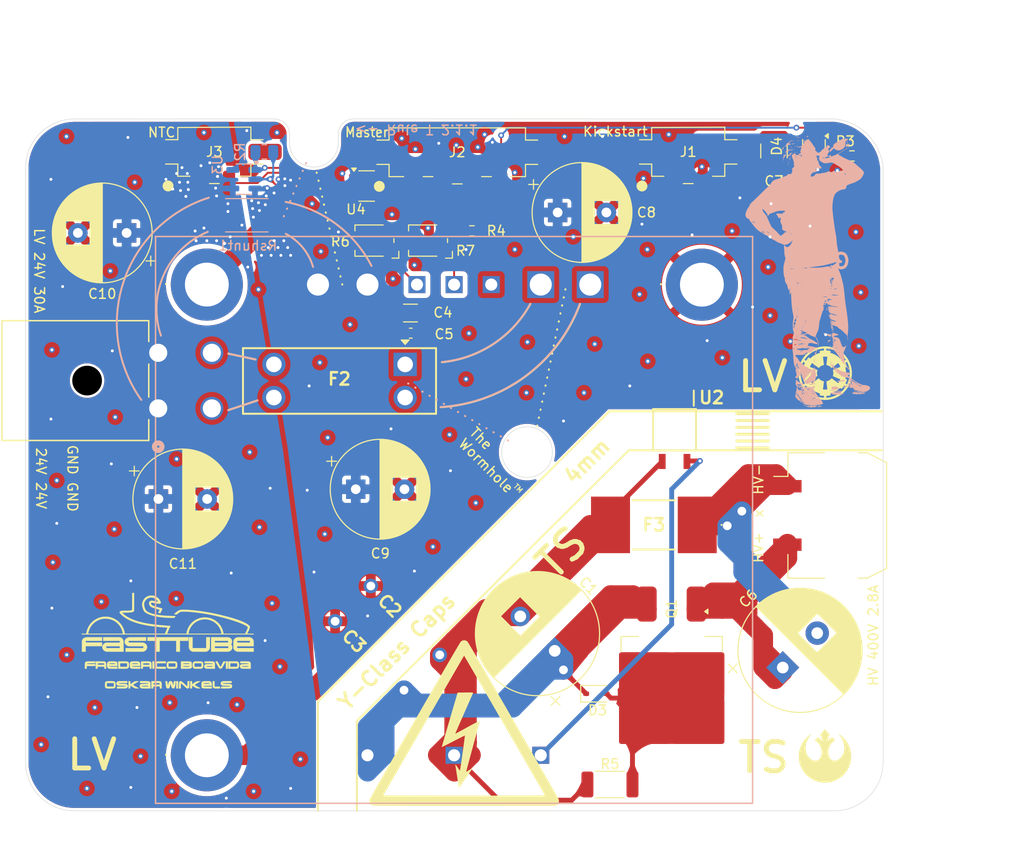
<source format=kicad_pcb>
(kicad_pcb
	(version 20240108)
	(generator "pcbnew")
	(generator_version "8.0")
	(general
		(thickness 1.6)
		(legacy_teardrops no)
	)
	(paper "A4")
	(layers
		(0 "F.Cu" mixed)
		(1 "In1.Cu" power "GND")
		(2 "In2.Cu" power "+24V")
		(31 "B.Cu" mixed)
		(32 "B.Adhes" user "B.Adhesive")
		(33 "F.Adhes" user "F.Adhesive")
		(34 "B.Paste" user)
		(35 "F.Paste" user)
		(36 "B.SilkS" user "B.Silkscreen")
		(37 "F.SilkS" user "F.Silkscreen")
		(38 "B.Mask" user)
		(39 "F.Mask" user)
		(40 "Dwgs.User" user "User.Drawings")
		(41 "Cmts.User" user "User.Comments")
		(42 "Eco1.User" user "User.Eco1")
		(43 "Eco2.User" user "User.Eco2")
		(44 "Edge.Cuts" user)
		(45 "Margin" user)
		(46 "B.CrtYd" user "B.Courtyard")
		(47 "F.CrtYd" user "F.Courtyard")
		(48 "B.Fab" user)
		(49 "F.Fab" user)
		(50 "User.1" user)
		(51 "User.2" user)
		(52 "User.3" user)
		(53 "User.4" user)
		(54 "User.5" user)
		(55 "User.6" user)
		(56 "User.7" user)
		(57 "User.8" user)
		(58 "User.9" user)
	)
	(setup
		(stackup
			(layer "F.SilkS"
				(type "Top Silk Screen")
			)
			(layer "F.Paste"
				(type "Top Solder Paste")
			)
			(layer "F.Mask"
				(type "Top Solder Mask")
				(thickness 0.01)
			)
			(layer "F.Cu"
				(type "copper")
				(thickness 0.035)
			)
			(layer "dielectric 1"
				(type "prepreg")
				(thickness 0.1)
				(material "FR4")
				(epsilon_r 4.5)
				(loss_tangent 0.02)
			)
			(layer "In1.Cu"
				(type "copper")
				(thickness 0.035)
			)
			(layer "dielectric 2"
				(type "core")
				(thickness 1.24)
				(material "FR4")
				(epsilon_r 4.5)
				(loss_tangent 0.02)
			)
			(layer "In2.Cu"
				(type "copper")
				(thickness 0.035)
			)
			(layer "dielectric 3"
				(type "prepreg")
				(thickness 0.1)
				(material "FR4")
				(epsilon_r 4.5)
				(loss_tangent 0.02)
			)
			(layer "B.Cu"
				(type "copper")
				(thickness 0.035)
			)
			(layer "B.Mask"
				(type "Bottom Solder Mask")
				(thickness 0.01)
			)
			(layer "B.Paste"
				(type "Bottom Solder Paste")
			)
			(layer "B.SilkS"
				(type "Bottom Silk Screen")
			)
			(copper_finish "None")
			(dielectric_constraints no)
		)
		(pad_to_mask_clearance 0)
		(allow_soldermask_bridges_in_footprints no)
		(pcbplotparams
			(layerselection 0x00010fc_ffffffff)
			(plot_on_all_layers_selection 0x0000000_00000000)
			(disableapertmacros no)
			(usegerberextensions no)
			(usegerberattributes yes)
			(usegerberadvancedattributes yes)
			(creategerberjobfile yes)
			(dashed_line_dash_ratio 12.000000)
			(dashed_line_gap_ratio 3.000000)
			(svgprecision 4)
			(plotframeref no)
			(viasonmask no)
			(mode 1)
			(useauxorigin no)
			(hpglpennumber 1)
			(hpglpenspeed 20)
			(hpglpendiameter 15.000000)
			(pdf_front_fp_property_popups yes)
			(pdf_back_fp_property_popups yes)
			(dxfpolygonmode yes)
			(dxfimperialunits yes)
			(dxfusepcbnewfont yes)
			(psnegative no)
			(psa4output no)
			(plotreference yes)
			(plotvalue yes)
			(plotfptext yes)
			(plotinvisibletext no)
			(sketchpadsonfab no)
			(subtractmaskfromsilk no)
			(outputformat 1)
			(mirror no)
			(drillshape 1)
			(scaleselection 1)
			(outputdirectory "")
		)
	)
	(net 0 "")
	(net 1 "/-VIN")
	(net 2 "GND")
	(net 3 "Net-(D4-Pad3)")
	(net 4 "/+VIN")
	(net 5 "Net-(R3-Pad2)")
	(net 6 "+3V3")
	(net 7 "/LV+")
	(net 8 "/3V_buttoncell")
	(net 9 "/TEMP_TSDCDC")
	(net 10 "/HV-in")
	(net 11 "/HV+in")
	(net 12 "/G")
	(net 13 "/~{EN}")
	(net 14 "/+Vout")
	(net 15 "/LV-")
	(net 16 "/LV_I_measure")
	(net 17 "/I_meas_weak")
	(net 18 "/+S")
	(net 19 "/TRM")
	(footprint "Capacitor_SMD:C_1210_3225Metric" (layer "F.Cu") (at 176.8 64.284177 -90))
	(footprint "Resistor_SMD:R_0603_1608Metric" (layer "F.Cu") (at 184.8 64.8))
	(footprint "footprints:VY1471M29Y5UC63V0" (layer "F.Cu") (at 131.762875 112.550234 -45))
	(footprint "footprints:rebellion" (layer "F.Cu") (at 182.03 126.37))
	(footprint "FaSTTUBe_connectors:Micro_Mate-N-Lok_2p_vertical" (layer "F.Cu") (at 168 64.384177 180))
	(footprint "Library:9775031360R" (layer "F.Cu") (at 169.4 78.01))
	(footprint "Potentiometer_SMD:Potentiometer_Bourns_TC33X_Vertical" (layer "F.Cu") (at 141.2 73.484177 180))
	(footprint "Capacitor_THT:CP_Radial_D12.5mm_P5.00mm" (layer "F.Cu") (at 154.3 115.584177 135))
	(footprint "Capacitor_THT:CP_Radial_D10.0mm_P5.00mm" (layer "F.Cu") (at 110.367678 72.7 180))
	(footprint "footprints:0ACG5000TE" (layer "F.Cu") (at 164.475 102.659177 180))
	(footprint "FaSTTUBe_logos:FTLogo_small" (layer "F.Cu") (at 114.59 112.66))
	(footprint "Capacitor_THT:CP_Radial_D12.5mm_P5.00mm"
		(layer "F.Cu")
		(uuid "3f08ecdc-61a1-4a91-9d44-0c1ab21518fd")
		(at 177.7 117.3 45)
		(descr "CP, Radial series, Radial, pin pitch=5.00mm, , diameter=12.5mm, Electrolytic Capacitor")
		(tags "CP Radial series Radial pin pitch 5.00mm  diameter 12.5mm Electrolytic Capacitor")
		(property "Reference" "C6"
			(at 2.5 -7.5 45)
			(layer "F.SilkS")
			(uuid "87d925e4-9087-4663-9637-0425a23c376b")
			(effects
				(font
					(size 1 1)
					(thickness 0.15)
				)
			)
		)
		(property "Value" "10µ 420V"
			(at 2.5 7.5 45)
			(layer "F.Fab")
			(uuid "4ef6e25f-d1dd-4f03-b42b-bb0ef1fd992e")
			(effects
				(font
					(size 1 1)
					(thickness 0.15)
				)
			)
		)
		(property "Footprint" "Capacitor_THT:CP_Radial_D12.5mm_P5.00mm"
			(at 0 0 45)
			(unlocked yes)
			(layer "F.Fab")
			(hide yes)
			(uuid "1d1809e6-1a17-4cb4-a6f6-badbe3b65118")
			(effects
				(font
					(size 1.27 1.27)
					(thickness 0.15)
				)
			)
		)
		(property "Datasheet" "https://mou.sr/3CdDpvY"
			(at 0 0 45)
			(unlocked yes)
			(layer "F.Fab")
			(hide yes)
			(uuid "507f60e0-57f8-4d24-b757-385e46b4a8b2")
			(effects
				(font
					(size 1.27 1.27)
					(thickness 0.15)
				)
			)
		)
		(property "Description" "Polarized capacitor"
			(at 0 0 45)
			(unlocked yes)
			(layer "F.Fab")
			(hide yes)
			(uuid "a8a54484-964e-4bda-9466-0a7e228d6c8f")
			(effects
				(font
					(size 1.27 1.27)
					(thickness 0.15)
				)
			)
		)
		(property ki_fp_filters "CP_*")
		(path "/6138b6e2-049a-4854-8f94-cf604e91bd5d")
		(sheetname "Root")
		(sheetfile "TDK_DCDC_pcb.kicad_sch")
		(attr through_hole)
		(fp_line
			(start -3.692082 -4.2)
			(end -3.692082 -2.95)
			(stroke
				(width 0.12)
				(type solid)
			)
			(layer "F.SilkS")
			(uuid "64b60f9d-0eb1-49d0-bb96-e15936a70516")
		)
		(fp_line
			(start -4.317082 -3.575)
			(end -3.067082 -3.575)
			(stroke
				(width 0.12)
				(type solid)
			)
			(layer "F.SilkS")
			(uuid "5702906f-eb49-4f02-8ef3-0ac6d491c93a")
		)
		(fp_line
			(start 2.5 -6.33)
			(end 2.5 6.33)
			(stroke
				(width 0.12)
				(type solid)
			)
			(layer "F.SilkS")
			(uuid "7acbcba7-9519-4b0b-97a8-eb5ebb509abc")
		)
		(fp_line
			(start 2.54 -6.33)
			(end 2.54 6.33)
			(stroke
				(width 0.12)
				(type solid)
			)
			(layer "F.SilkS")
			(uuid "f2517598-036a-4686-a881-21a50212222f")
		)
		(fp_line
			(start 2.58 -6.329999)
			(end 2.58 6.329999)
			(stroke
				(width 0.12)
				(type solid)
			)
			(layer "F.SilkS")
			(uuid "d751e3dc-2d5f-4b60-89ca-ef6853165c5d")
		)
		(fp_line
			(start 2.62 -6.329)
			(end 2.62 6.329)
			(stroke
				(width 0.12)
				(type solid)
			)
			(layer "F.SilkS")
			(uuid "90f8a062-8dc7-440d-af39-ca7baed9e19e")
		)
		(fp_line
			(start 2.66 -6.328)
			(end 2.66 6.328)
			(stroke
				(width 0.12)
				(type solid)
			)
			(layer "F.SilkS")
			(uuid "650c3feb-c6ea-4483-82d3-0bcf74ef085d")
		)
		(fp_line
			(start 2.7 -6.327)
			(end 2.7 6.327)
			(stroke
				(width 0.12)
				(type solid)
			)
			(layer "F.SilkS")
			(uuid "7b8e23a3-cec0-4a78-afba-69af3a6574e8")
		)
		(fp_line
			(start 2.74 -6.326)
			(end 2.74 6.326)
			(stroke
				(width 0.12)
				(type solid)
			)
			(layer "F.SilkS")
			(uuid "8a29312b-6232-4ca6-b01f-5521dcd7210c")
		)
		(fp_line
			(start 2.78 -6.324)
			(end 2.78 6.324)
			(stroke
				(width 0.12)
				(type solid)
			)
			(layer "F.SilkS")
			(uuid "2a81e4a4-06c0-4e77-b885-4f91b6305080")
		)
		(fp_line
			(start 2.82 -6.322)
			(end 2.82 6.322)
			(stroke
				(width 0.12)
				(type solid)
			)
			(layer "F.SilkS")
			(uuid "b02e06f3-7e92-451b-8005-e75c8a85c9ad")
		)
		(fp_line
			(start 2.86 -6.319999)
			(end 2.86 6.319999)
			(stroke
				(width 0.12)
				(type solid)
			)
			(layer "F.SilkS")
			(uuid "898c3e5e-e6e8-4b9d-8228-f48e8ae21272")
		)
		(fp_line
			(start 2.9 -6.318)
			(end 2.9 6.318)
			(stroke
				(width 0.12)
				(type solid)
			)
			(layer "F.SilkS")
			(uuid "5b6745f3-7fc1-4459-b74e-4617c5a75738")
		)
		(fp_line
			(start 2.94 -6.315)
			(end 2.94 6.315)
			(stroke
				(width 0.12)
				(type solid)
			)
			(layer "F.SilkS")
			(uuid "c65fbd09-f307-4415-ac5a-c20c32d279ff")
		)
		(fp_line
			(start 2.98 -6.312)
			(end 2.98 6.312)
			(stroke
				(width 0.12)
				(type solid)
			)
			(layer "F.SilkS")
			(uuid "50725fd1-e44c-495a-aae4-0c7e0db1566d")
		)
		(fp_line
			(start 3.02 -6.309)
			(end 3.02 6.309)
			(stroke
				(width 0.12)
				(type solid)
			)
			(layer "F.SilkS")
			(uuid "0022e805-f330-4ce5-8b59-89b842ae188b")
		)
		(fp_line
			(start 3.06 -6.306)
			(end 3.06 6.306)
			(stroke
				(width 0.12)
				(type solid)
			)
			(layer "F.SilkS")
			(uuid "86b924a7-5239-48c4-a435-f4c3e57a97f0")
		)
		(fp_line
			(start 3.1 -6.302)
			(end 3.1 6.302)
			(stroke
				(width 0.12)
				(type solid)
			)
			(layer "F.SilkS")
			(uuid "d2f3e943-b4f8-4fd1-a309-1affd4adb748")
		)
		(fp_line
			(start 3.14 -6.298)
			(end 3.14 6.298)
			(stroke
				(width 0.12)
				(type solid)
			)
			(layer "F.SilkS")
			(uuid "7378bf65-085d-4d75-8993-8754c47abe7b")
		)
		(fp_line
			(start 3.18 -6.294001)
			(end 3.18 6.294001)
			(stroke
				(width 0.12)
				(type solid)
			)
			(layer "F.SilkS")
			(uuid "4f3386e4-7b27-4428-b82c-67ffa47ff0ee")
		)
		(fp_line
			(start 3.221 -6.29)
			(end 3.221 6.29)
			(stroke
				(width 0.12)
				(type solid)
			)
			(layer "F.SilkS")
			(uuid "6698ba38-5fb5-4dfb-9710-6112e337a11b")
		)
		(fp_line
			(start 3.261 -6.285)
			(end 3.261 6.285)
			(stroke
				(width 0.12)
				(type solid)
			)
			(layer "F.SilkS")
			(uuid "7ae1b4d3-d21b-43de-8a01-6ab96d5a3043")
		)
		(fp_line
			(start 3.301 -6.28)
			(end 3.301 6.28)
			(stroke
				(width 0.12)
				(type solid)
			)
			(layer "F.SilkS")
			(uuid "8f753f28-c5ea-4633-bae1-bcf60a1d973e")
		)
		(fp_line
			(start 3.341 -6.275)
			(end 3.341 6.275)
			(stroke
				(width 0.12)
				(type solid)
			)
			(layer "F.SilkS")
			(uuid "e2095b71-cc8a-4cc2-9551-1235e66ff1be")
		)
		(fp_line
			(start 3.381 -6.268999)
			(end 3.381 6.268999)
			(stroke
				(width 0.12)
				(type solid)
			)
			(layer "F.SilkS")
			(uuid "5429e02c-16f2-4421-ba2a-3f9dd68bb6c9")
		)
		(fp_line
			(start 3.421 -6.264)
			(end 3.421 6.264)
			(stroke
				(width 0.12)
				(type solid)
			)
			(layer "F.SilkS")
			(uuid "130c491d-ae2d-4778-9893-8a73bfa3ede0")
		)
		(fp_line
			(start 3.461 -6.258)
			(end 3.461 6.258)
			(stroke
				(width 0.12)
				(type solid)
			)
			(layer "F.SilkS")
			(uuid "35093a87-7f1b-443c-958b-d3c7fc1775f6")
		)
		(fp_line
			(start 3.501 -6.252)
			(end 3.501 6.252)
			(stroke
				(width 0.12)
				(type solid)
			)
			(layer "F.SilkS")
			(uuid "13aaeb6d-c6dd-48cc-a6a6-038377317e3b")
		)
		(fp_line
			(start 3.541 -6.245)
			(end 3.541 6.245)
			(stroke
				(width 0.12)
				(type solid)
			)
			(layer "F.SilkS")
			(uuid "65358e29-eb7f-4d74-bee0-f7f506ed31a1")
		)
		(fp_line
			(start 3.580999 -6.238)
			(end 3.581 -1.44)
			(stroke
				(width 0.12)
				(type solid)
			)
			(layer "F.SilkS")
			(uuid "95604ff1-e124-4d85-8fcd-65f9021cb826")
		)
		(fp_line
			(start 3.621 -6.231)
			(end 3.621 -1.44)
			(stroke
				(width 0.12)
				(type solid)
			)
			(layer "F.SilkS")
			(uuid "201a679b-f9de-442c-992c-4d7836def48b")
		)
		(fp_line
			(start 3.661 -6.224001)
			(end 3.661 -1.44)
			(stroke
				(width 0.12)
				(type solid)
			)
			(layer "F.SilkS")
			(uuid "33d82384-adb7-4e80-bd31-27f971c95cf1")
		)
		(fp_line
			(start 3.701 -6.216)
			(end 3.701 -1.44)
			(stroke
				(width 0.12)
				(type solid)
			)
			(layer "F.SilkS")
			(uuid "2142935c-e1c0-412a-9622-13107ce02882")
		)
		(fp_line
			(start 3.740999 -6.209)
			(end 3.741 -1.44)
			(stroke
				(width 0.12)
				(type solid)
			)
			(layer "F.SilkS")
			(uuid "e72a7013-107c-4fb5-a818-05781ebf2641")
		)
		(fp_line
			(start 3.781 -6.201)
			(end 3.781 -1.44)
			(stroke
				(width 0.12)
				(type solid)
			)
			(layer "F.SilkS")
			(uuid "9bfe9267-4342-4657-a27a-fd10ccdc1aba")
		)
		(fp_line
			(start 3.821 -6.192)
			(end 3.821 -1.44)
			(stroke
				(width 0.12)
				(type solid)
			)
			(layer "F.SilkS")
			(uuid "fba04317-c5f6-4402-ae1b-b7d839c5b7bc")
		)
		(fp_line
			(start 3.861 -6.184)
			(end 3.861 -1.44)
			(stroke
				(width 0.12)
				(type solid)
			)
			(layer "F.SilkS")
			(uuid "f4f894a7-9820-475d-b68e-8b07ee5e0dbd")
		)
		(fp_line
			(start 3.901 -6.175)
			(end 3.901 -1.44)
			(stroke
				(width 0.12)
				(type solid)
			)
			(layer "F.SilkS")
			(uuid "9635b2e2-f3db-48a5-8049-9cd82c8ecd1c")
		)
		(fp_line
			(start 3.941 -6.166)
			(end 3.941 -1.44)
			(stroke
				(width 0.12)
				(type solid)
			)
			(layer "F.SilkS")
			(uuid "b9e20f2a-ccf2-4e38-bb5f-0700cc242723")
		)
		(fp_line
			(start 3.981 -6.156)
			(end 3.981 -1.44)
			(stroke
				(width 0.12)
				(type solid)
			)
			(layer "F.SilkS")
			(uuid "451475b9-3cc8-4c27-8519-96f1be1c8453")
		)
		(fp_line
			(start 4.021 -6.146)
			(end 4.021 -1.44)
			(stroke
				(width 0.12)
				(type solid)
			)
			(layer "F.SilkS")
			(uuid "327c7aad-4705-44df-b3ff-3557dbed9265")
		)
		(fp_line
			(start 4.061 -6.137)
			(end 4.061 -1.44)
			(stroke
				(width 0.12)
				(type solid)
			)
			(layer "F.SilkS")
			(uuid "82929a32-2f22-4377-ace6-35c0f7049699")
		)
		(fp_line
			(start 4.101 -6.126)
			(end 4.101 -1.44)
			(stroke
				(width 0.12)
				(type solid)
			)
			(layer "F.SilkS")
			(uuid "085dc2f9-0bb3-4b55-a292-43e3aa945108")
		)
		(fp_line
			(start 4.141 -6.116)
			(end 4.141 -1.44)
			(stroke
				(width 0.12)
				(type solid)
			)
			(layer "F.SilkS")
			(uuid "47600f3e-7d9a-4aa0-b26a-cd8f6506a361")
		)
		(fp_line
			(start 4.181 -6.104999)
			(end 4.181 -1.44)
			(stroke
				(width 0.12)
				(type solid)
			)
			(layer "F.SilkS")
			(uuid "3b114978-ec58-444e-9047-3fe85f86333d")
		)
		(fp_line
			(start 4.221 -6.094)
			(end 4.221 -1.44)
			(stroke
				(width 0.12)
				(type solid)
			)
			(layer "F.SilkS")
			(uuid "73415bf6-35d9-4652-8cd5-690b670077c1")
		)
		(fp_line
			(start 4.261 -6.083001)
			(end 4.261 -1.44)
			(stroke
				(width 0.12)
				(type solid)
			)
			(layer "F.SilkS")
			(uuid "588cf680-9c79-4400-810e-db3b54b5a694")
		)
		(fp_line
			(start 4.301 -6.071)
			(end 4.301 -1.44)
			(stroke
				(width 0.12)
				(type solid)
			)
			(layer "F.SilkS")
			(uuid "2dc1f88d-d8ab-48be-892c-d3ffcaf2461a")
		)
		(fp_line
			(start 4.341001 -6.059)
			(end 4.341 -1.44)
			(stroke
				(width 0.12)
				(type solid)
			)
			(layer "F.SilkS")
			(uuid "2882c05a-9398-4244-b4b2-c2f29c0ba656")
		)
		(fp_line
			(start 4.381 -6.047)
			(end 4.381 -1.44)
			(stroke
				(width 0.12)
				(type solid)
			)
			(layer "F.SilkS")
			(uuid "608ba300-1a34-4fa4-9b81-4959627cb2b4")
		)
		(fp_line
			(start 4.421 -6.034)
			(end 4.421 -1.44)
			(stroke
				(width 0.12)
				(type solid)
			)
			(layer "F.SilkS")
			(uuid "204781f9-16d7-455f-9489-697dab63f60e")
		)
		(fp_line
			(start 4.461 -6.021)
			(end 4.461 -1.44)
			(stroke
				(width 0.12)
				(type solid)
			)
			(layer "F.SilkS")
			(uuid "6017fff7-e2be-4b0e-869d-6a236521e5b9")
		)
		(fp_line
			(start 4.501 -6.008)
			(end 4.501 -1.44)
			(stroke
				(width 0.12)
				(type solid)
			)
			(layer "F.SilkS")
			(uuid "483210fd-2fbd-472f-9eec-466bbab7ea36")
		)
		(fp_line
			(start 4.541 -5.995)
			(end 4.541 -1.44)
			(stroke
				(width 0.12)
				(type solid)
			)
			(layer "F.SilkS")
			(uuid "451f57ea-fe84-453e-a3c3-91734499bff1")
		)
		(fp_line
			(start 4.581 -5.981)
			(end 4.581 -1.44)
			(stroke
				(width 0.12)
				(type solid)
			)
			(layer "F.SilkS")
			(uuid "f8635bcf-ee52-445b-948e-17db74af9e9c")
		)
		(fp_line
			(start 4.621 -5.967)
			(end 4.621 -1.44)
			(stroke
				(width 0.12)
				(type solid)
			)
			(layer "F.SilkS")
			(uuid "2c056851-be8f-4263-b56c-5892c017d1ad")
		)
		(fp_line
			(start 4.661 -5.953)
			(end 4.661 -1.44)
			(stroke
				(width 0.12)
				(type solid)
			)
			(layer "F.SilkS")
			(uuid "72c67936-4b36-411b-a277-0264e3d51a3f")
		)
		(fp_line
			(start 4.701 -5.939)
			(end 4.701 -1.44)
			(stroke
				(width 0.12)
				(type solid)
			)
			(layer "F.SilkS")
			(uuid "dd8fc47e-a53c-429c-968d-c7191830e6eb")
		)
		(fp_line
			(start 4.741 -5.924)
			(end 4.741 -1.44)
			(stroke
				(width 0.12)
				(type solid)
			)
			(layer "F.SilkS")
			(uuid "fb49a7f8-78f7-4e58-a840-e09bdbe996da")
		)
		(fp_line
			(start 4.781 -5.907999)
			(end 4.781 -1.44)
			(stroke
				(width 0.12)
				(type solid)
			)
			(layer "F.SilkS")
			(uuid "c48e94f0-08fb-4b2f-8304-2f3bedf5b488")
		)
		(fp_line
			(start 4.821 -5.893)
			(end 4.821 -1.44)
			(stroke
				(width 0.12)
				(type solid)
			)
			(layer "F.SilkS")
			(uuid "d91ec719-0253-48e4-b87c-62659858e201")
		)
		(fp_line
			(start 4.861001 -5.877)
			(end 4.861 -1.44)
			(stroke
				(width 0.12)
				(type solid)
			)
			(layer "F.SilkS")
			(uuid "4af5a703-6df8-446e-984b-be795bbd87a2")
		)
		(fp_line
			(start 4.901 -5.861)
			(end 4.901 -1.44)
			(stroke
				(width 0.12)
				(type solid)
			)
			(layer "F.SilkS")
			(uuid "dc1508d2-16e8-4e2d-9207-6a34dd700882")
		)
		(fp_line
			(start 4.941 -5.845001)
			(end 4.941 -1.44)
			(stroke
				(width 0.12)
				(type solid)
			)
			(layer "F.SilkS")
			(uuid "20ce2f64-54cd-45ff-952a-cb544062cb2d")
		)
		(fp_line
			(start 4.981 -5.828)
			(end 4.981 -1.44)
			(stroke
				(width 0.12)
				(type solid)
			)
			(layer "F.SilkS")
			(uuid "dc0c1dc1-1a54-407d-abcf-d0235086374f")
		)
		(fp_line
			(start 5.021 -5.811)
			(end 5.021 -1.44)
			(stroke
				(width 0.12)
				(type solid)
			)
			(layer "F.SilkS")
			(uuid "caa79206-1d5a-4aa8-b463-b5f82b1838e7")
		)
		(fp_line
			(start 5.061 -5.793)
			(end 5.061 -1.44)
			(stroke
				(width 0.12)
				(type solid)
			)
			(layer "F.SilkS")
			(uuid "15c3fe0d-3f16-4d1d-973c-979a948489a5")
		)
		(fp_line
			(start 5.101 -5.776)
			(end 5.101 -1.44)
			(stroke
				(width 0.12)
				(type solid)
			)
			(layer "F.SilkS")
			(uuid "a4f3d548-c204-491d-92a2-b5c8df32457e")
		)
		(fp_line
			(start 5.141 -5.758)
			(end 5.141 -1.44)
			(stroke
				(width 0.12)
				(type solid)
			)
			(layer "F.SilkS")
			(uuid "32b8c8a3-45a7-4b67-9240-21fa17986197")
		)
		(fp_line
			(start 5.181 -5.739)
			(end 5.181 -1.44)
			(stroke
				(width 0.12)
				(type solid)
			)
			(layer "F.SilkS")
			(uuid "91b36de5-f0d2-44c6-a7a2-5446a9f4b403")
		)
		(fp_line
			(start 5.221 -5.720999)
			(end 5.221 -1.44)
			(stroke
				(width 0.12)
				(type solid)
			)
			(layer "F.SilkS")
			(uuid "7117b6bc-ff90-4eb5-8cea-c0c310d8aa06")
		)
		(fp_line
			(start 5.261 -5.702)
			(end 5.261 -1.44)
			(stroke
				(width 0.12)
				(type solid)
			)
			(layer "F.SilkS")
			(uuid "3f7be993-7989-4e53-afd6-f382ec90291f")
		)
		(fp_line
			(start 5.301 -5.682)
			(end 5.301 -1.44)
			(stroke
				(width 0.12)
				(type solid)
			)
			(layer "F.SilkS")
			(uuid "7373ed98-1bcf-4ac5-b500-c9929abf5872")
		)
		(fp_line
			(start 5.341 -5.662)
			(end 5.341 -1.44)
			(stroke
				(width 0.12)
				(type solid)
			)
			(layer "F.SilkS")
			(uuid "1ae187f5-93be-4b04-a531-d947fb4b4bf0")
		)
		(fp_line
			(start 5.381 -5.642)
			(end 5.381 -1.44)
			(stroke
				(width 0.12)
				(type solid)
			)
			(layer "F.SilkS")
			(uuid "c335d28d-3fb9-4e77-ae61-0670e90b84e4")
		)
		(fp_line
			(start 5.421 -5.622)
			(end 5.421 -1.44)
			(stroke
				(width 0.12)
				(type solid)
			)
			(layer "F.SilkS")
			(uuid "18b75f93-8e6a-4c89-8ee2-259a0131ee55")
		)
		(fp_line
			(start 5.461 -5.601)
			(end 5.461 -1.44)
			(stroke
				(width 0.12)
				(type solid)
			)
			(layer "F.SilkS")
			(uuid "ae6a444c-835a-4529-b799-d8e65b86397e")
		)
		(fp_line
			(start 5.501 -5.58)
			(end 5.501 -1.44)
			(stroke
				(width 0.12)
				(type solid)
			)
			(layer "F.SilkS")
			(uuid "821608d6-4273-4252-ba6a-5583606d23e1")
		)
		(fp_line
			(start 5.541 -5.558)
			(end 5.541 -1.44)
			(stroke
				(width 0.12)
				(type solid)
			)
			(layer "F.SilkS")
			(uuid "419c0ae5-ae88-4943-8dda-2bc8859d13a5")
		)
		(fp_line
			(start 5.581 -5.536)
			(end 5.581 -1.44)
			(stroke
				(width 0.12)
				(type solid)
			)
			(layer "F.SilkS")
			(uuid "39868c7d-9031-4ac7-b99b-dcd42cd08f10")
		)
		(fp_line
			(start 5.621 -5.514)
			(end 5.621 -1.44)
			(stroke
				(width 0.12)
				(type solid)
			)
			(layer "F.SilkS")
			(uuid "58e4c9c2-ee99-4696-b805-aa51df765af2")
		)
		(fp_line
			(start 5.661 -5.491)
			(end 5.661 -1.44)
			(stroke
				(width 0.12)
				(type solid)
			)
			(layer "F.SilkS")
			(uuid "bc558735-f6d8-4b65-93de-e777b3aa6ae8")
		)
		(fp_line
			(start 5.701 -5.468)
			(end 5.701 -1.44)
			(stroke
				(width 0.12)
				(type solid)
			)
			(layer "F.SilkS")
			(uuid "b6e51bf6-1eab-4020-9771-3bffc365fe82")
		)
		(fp_line
			(start 5.741 -5.444999)
			(end 5.741 -1.44)
			(stroke
				(width 0.12)
				(type solid)
			)
			(layer "F.SilkS")
			(uuid "f05c3731-7873-4897-980c-9a47d039e955")
		)
		(fp_line
			(start 5.781 -5.421)
			(end 5.781 -1.44)
			(stroke
				(width 0.12)
				(type solid)
			)
			(layer "F.SilkS")
			(uuid "c7169dca-4bdf-49a8-95b0-dd8e28240b1d")
		)
		(fp_line
			(start 5.821 -5.397)
			(end 5.821 -1.44)
			(stroke
				(width 0.12)
				(type solid)
			)
			(layer "F.SilkS")
			(uuid "7d318a02-219d-44bb-bad7-d54e40a41c7d")
		)
		(fp_line
			(start 5.861 -5.372)
			(end 5.861 -1.44)
			(stroke
				(width 0.12)
				(type solid)
			)
			(layer "F.SilkS")
			(uuid "6035ad23-6f4e-4fe4-bb5a-1ce2b9b485ab")
		)
		(fp_line
			(start 5.901 -5.347)
			(end 5.901 -1.44)
			(stroke
				(width 0.12)
				(type solid)
			)
			(layer "F.SilkS")
			(uuid "5b019af7-f4b9-4056-b249-0d4e8d9ea67c")
		)
		(fp_line
			(start 5.941 -5.322)
			(end 5.941 -1.44)
			(stroke
				(width 0.12)
				(type solid)
			)
			(layer "F.SilkS")
			(uuid "7275b2ab-2104-446a-8431-3079c455ba4f")
		)
		(fp_line
			(start 5.981 -5.296)
			(end 5.981 -1.44)
			(stroke
				(width 0.12)
				(type solid)
			)
			(layer "F.SilkS")
			(uuid "c24f01ab-76c4-480b-8bae-42fddedc9bd0")
		)
		(fp_line
			(start 6.021 -5.27)
			(end 6.021 -1.44)
			(stroke
				(width 0.12)
				(type solid)
			)
			(layer "F.SilkS")
			(uuid "1a3fc3e9-b274-490f-ac29-7c0adcaabfb5")
		)
		(fp_line
			(start 6.061 -5.243)
			(end 6.061 -1.44)
			(stroke
				(width 0.12)
				(type solid)
			)
			(layer "F.SilkS")
			(uuid "edf51069-a2cf-4a3a-b543-b36c3ce0e921")
		)
		(fp_line
			(start 6.101 -5.215999)
			(end 6.101 -1.44)
			(stroke
				(width 0.12)
				(type solid)
			)
			(layer "F.SilkS")
			(uuid "4aaa70b8-021f-4ac8-a787-2833029624ff")
		)
		(fp_line
			(start 6.141 -5.188)
			(end 6.141 -1.44)
			(stroke
				(width 0.12)
				(type solid)
			)
			(layer "F.SilkS")
			(uuid "2cec8df2-3275-4ed9-9c16-37fb9574ff0e")
		)
		(fp_line
			(start 6.181 -5.16)
			(end 6.181 -1.44)
			(stroke
				(width 0.12)
				
... [1454061 chars truncated]
</source>
